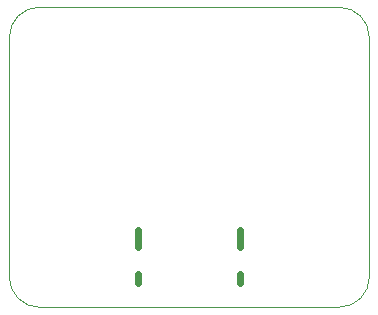
<source format=gbr>
%TF.GenerationSoftware,KiCad,Pcbnew,8.0.4*%
%TF.CreationDate,2024-07-28T04:47:57-04:00*%
%TF.ProjectId,esp32-c3-wroom-socket,65737033-322d-4633-932d-77726f6f6d2d,rev?*%
%TF.SameCoordinates,Original*%
%TF.FileFunction,Profile,NP*%
%FSLAX46Y46*%
G04 Gerber Fmt 4.6, Leading zero omitted, Abs format (unit mm)*
G04 Created by KiCad (PCBNEW 8.0.4) date 2024-07-28 04:47:57*
%MOMM*%
%LPD*%
G01*
G04 APERTURE LIST*
%TA.AperFunction,Profile*%
%ADD10C,0.050000*%
%TD*%
%TA.AperFunction,Profile*%
%ADD11C,0.609600*%
%TD*%
G04 APERTURE END LIST*
D10*
%TO.C,U1*%
X110060000Y-79500000D02*
X110060000Y-59180000D01*
X112600000Y-56640000D02*
X138000000Y-56640000D01*
X138000000Y-82040000D02*
X112600000Y-82040000D01*
X140540000Y-59180000D02*
X140540000Y-79500000D01*
X110060000Y-59180000D02*
G75*
G02*
X112600000Y-56640000I2540001J-1D01*
G01*
X112600000Y-82040000D02*
G75*
G02*
X110060000Y-79500000I1J2540001D01*
G01*
X138000000Y-56640000D02*
G75*
G02*
X140540000Y-59180000I0J-2540000D01*
G01*
X140540000Y-79500000D02*
G75*
G02*
X138000000Y-82040000I-2540000J0D01*
G01*
D11*
%TO.C,J1*%
X120964444Y-76961736D02*
X120964444Y-75463136D01*
X120964459Y-79991135D02*
X120964459Y-79203735D01*
X129614429Y-76961735D02*
X129614429Y-75463135D01*
X129614429Y-79991135D02*
X129614429Y-79203735D01*
%TD*%
M02*

</source>
